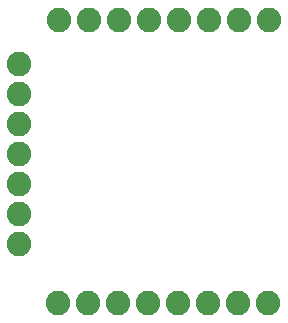
<source format=gbr>
%TF.GenerationSoftware,KiCad,Pcbnew,8.0.1*%
%TF.CreationDate,2024-07-31T22:53:36-04:00*%
%TF.ProjectId,Sensor_manager_V1_glove,53656e73-6f72-45f6-9d61-6e616765725f,rev?*%
%TF.SameCoordinates,Original*%
%TF.FileFunction,Soldermask,Bot*%
%TF.FilePolarity,Negative*%
%FSLAX46Y46*%
G04 Gerber Fmt 4.6, Leading zero omitted, Abs format (unit mm)*
G04 Created by KiCad (PCBNEW 8.0.1) date 2024-07-31 22:53:36*
%MOMM*%
%LPD*%
G01*
G04 APERTURE LIST*
%ADD10C,2.082800*%
G04 APERTURE END LIST*
D10*
%TO.C,J3*%
X73500000Y-46260000D03*
X73500000Y-48800000D03*
X73500000Y-51340000D03*
X73500000Y-53880000D03*
X73500000Y-56420000D03*
X73500000Y-58960000D03*
X73500000Y-61500000D03*
%TD*%
%TO.C,J2*%
X76760000Y-66500000D03*
X79300000Y-66500000D03*
X81840000Y-66500000D03*
X84380000Y-66500000D03*
X86920000Y-66500000D03*
X89460000Y-66500000D03*
X92000000Y-66500000D03*
X94540000Y-66500000D03*
%TD*%
%TO.C,J1*%
X94660000Y-42510000D03*
X92120000Y-42510000D03*
X89580000Y-42510000D03*
X87040000Y-42510000D03*
X84500000Y-42510000D03*
X81960000Y-42510000D03*
X79420000Y-42510000D03*
X76880000Y-42510000D03*
%TD*%
M02*

</source>
